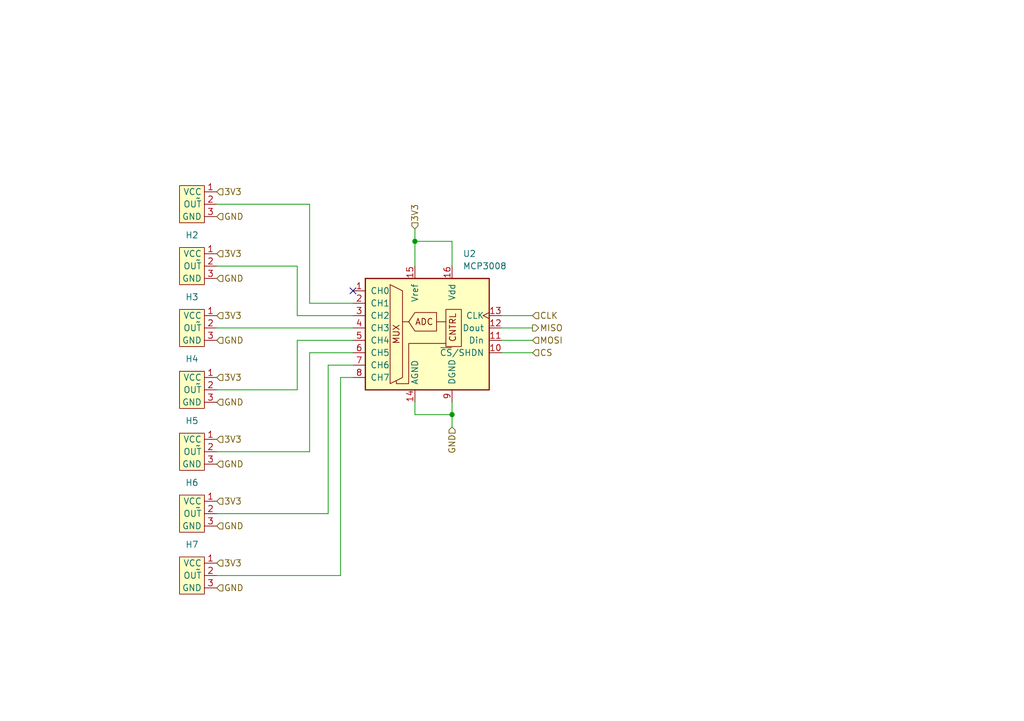
<source format=kicad_sch>
(kicad_sch (version 20230121) (generator eeschema)

  (uuid a0a494dd-3d79-4730-8358-4b63f4e697bb)

  (paper "A5")

  (lib_symbols
    (symbol "Analog_ADC:MCP3008" (pin_names (offset 1.016)) (in_bom yes) (on_board yes)
      (property "Reference" "U" (at -5.08 13.335 0)
        (effects (font (size 1.27 1.27)) (justify right))
      )
      (property "Value" "MCP3008" (at -5.08 11.43 0)
        (effects (font (size 1.27 1.27)) (justify right))
      )
      (property "Footprint" "" (at 2.54 2.54 0)
        (effects (font (size 1.27 1.27)) hide)
      )
      (property "Datasheet" "http://ww1.microchip.com/downloads/en/DeviceDoc/21295d.pdf" (at 2.54 2.54 0)
        (effects (font (size 1.27 1.27)) hide)
      )
      (property "ki_keywords" "12bit ADC Reference Single Supply SPI 8CH" (at 0 0 0)
        (effects (font (size 1.27 1.27)) hide)
      )
      (property "ki_description" "A/D Converter, 10-Bit, 8-Channel, SPI Interface , 2.7V-5.5V" (at 0 0 0)
        (effects (font (size 1.27 1.27)) hide)
      )
      (property "ki_fp_filters" "DIP*W7.62mm* SOIC*3.9x9.9mm*P1.27mm*" (at 0 0 0)
        (effects (font (size 1.27 1.27)) hide)
      )
      (symbol "MCP3008_0_0"
        (text "ADC" (at -0.635 1.27 0)
          (effects (font (size 1.27 1.27)))
        )
        (text "CNTRL" (at 5.969 -2.921 900)
          (effects (font (size 1.27 1.27)) (justify left bottom))
        )
        (text "MUX" (at -6.35 -1.27 900)
          (effects (font (size 1.27 1.27)))
        )
      )
      (symbol "MCP3008_0_1"
        (polyline
          (pts
            (xy -3.81 1.27)
            (xy -5.08 1.27)
          )
          (stroke (width 0) (type default))
          (fill (type none))
        )
        (polyline
          (pts
            (xy 1.905 1.27)
            (xy 3.81 1.27)
          )
          (stroke (width 0) (type default))
          (fill (type none))
        )
        (polyline
          (pts
            (xy -7.62 8.89)
            (xy -7.62 -11.43)
            (xy -5.08 -10.16)
            (xy -5.08 7.62)
            (xy -7.62 8.89)
          )
          (stroke (width 0) (type default))
          (fill (type none))
        )
        (polyline
          (pts
            (xy 3.81 -3.175)
            (xy -3.81 -3.175)
            (xy -3.81 -11.43)
            (xy -6.35 -11.43)
            (xy -6.35 -10.795)
          )
          (stroke (width 0) (type default))
          (fill (type none))
        )
        (polyline
          (pts
            (xy 1.905 3.175)
            (xy 1.905 -0.635)
            (xy -2.54 -0.635)
            (xy -3.81 1.27)
            (xy -2.54 3.175)
            (xy 1.905 3.175)
          )
          (stroke (width 0) (type default))
          (fill (type none))
        )
        (rectangle (start 3.81 -3.81) (end 6.985 3.81)
          (stroke (width 0) (type default))
          (fill (type none))
        )
        (rectangle (start 12.7 -12.7) (end -12.7 10.16)
          (stroke (width 0.254) (type default))
          (fill (type background))
        )
      )
      (symbol "MCP3008_1_1"
        (pin input line (at -15.24 7.62 0) (length 2.54)
          (name "CH0" (effects (font (size 1.27 1.27))))
          (number "1" (effects (font (size 1.27 1.27))))
        )
        (pin input line (at 15.24 -5.08 180) (length 2.54)
          (name "~{CS}/SHDN" (effects (font (size 1.27 1.27))))
          (number "10" (effects (font (size 1.27 1.27))))
        )
        (pin input line (at 15.24 -2.54 180) (length 2.54)
          (name "Din" (effects (font (size 1.27 1.27))))
          (number "11" (effects (font (size 1.27 1.27))))
        )
        (pin output line (at 15.24 0 180) (length 2.54)
          (name "Dout" (effects (font (size 1.27 1.27))))
          (number "12" (effects (font (size 1.27 1.27))))
        )
        (pin input clock (at 15.24 2.54 180) (length 2.54)
          (name "CLK" (effects (font (size 1.27 1.27))))
          (number "13" (effects (font (size 1.27 1.27))))
        )
        (pin power_in line (at -2.54 -15.24 90) (length 2.54)
          (name "AGND" (effects (font (size 1.27 1.27))))
          (number "14" (effects (font (size 1.27 1.27))))
        )
        (pin power_in line (at -2.54 12.7 270) (length 2.54)
          (name "Vref" (effects (font (size 1.27 1.27))))
          (number "15" (effects (font (size 1.27 1.27))))
        )
        (pin power_in line (at 5.08 12.7 270) (length 2.54)
          (name "Vdd" (effects (font (size 1.27 1.27))))
          (number "16" (effects (font (size 1.27 1.27))))
        )
        (pin input line (at -15.24 5.08 0) (length 2.54)
          (name "CH1" (effects (font (size 1.27 1.27))))
          (number "2" (effects (font (size 1.27 1.27))))
        )
        (pin input line (at -15.24 2.54 0) (length 2.54)
          (name "CH2" (effects (font (size 1.27 1.27))))
          (number "3" (effects (font (size 1.27 1.27))))
        )
        (pin input line (at -15.24 0 0) (length 2.54)
          (name "CH3" (effects (font (size 1.27 1.27))))
          (number "4" (effects (font (size 1.27 1.27))))
        )
        (pin input line (at -15.24 -2.54 0) (length 2.54)
          (name "CH4" (effects (font (size 1.27 1.27))))
          (number "5" (effects (font (size 1.27 1.27))))
        )
        (pin input line (at -15.24 -5.08 0) (length 2.54)
          (name "CH5" (effects (font (size 1.27 1.27))))
          (number "6" (effects (font (size 1.27 1.27))))
        )
        (pin input line (at -15.24 -7.62 0) (length 2.54)
          (name "CH6" (effects (font (size 1.27 1.27))))
          (number "7" (effects (font (size 1.27 1.27))))
        )
        (pin input line (at -15.24 -10.16 0) (length 2.54)
          (name "CH7" (effects (font (size 1.27 1.27))))
          (number "8" (effects (font (size 1.27 1.27))))
        )
        (pin power_in line (at 5.08 -15.24 90) (length 2.54)
          (name "DGND" (effects (font (size 1.27 1.27))))
          (number "9" (effects (font (size 1.27 1.27))))
        )
      )
    )
    (symbol "Library:SS39ET" (in_bom yes) (on_board yes)
      (property "Reference" "H" (at 0 5.08 0)
        (effects (font (size 1.27 1.27)))
      )
      (property "Value" "" (at 1.27 1.27 0)
        (effects (font (size 1.27 1.27)))
      )
      (property "Footprint" "Library:SS39ET" (at 1.27 -5.08 0)
        (effects (font (size 1.27 1.27)) hide)
      )
      (property "Datasheet" "" (at 1.27 1.27 0)
        (effects (font (size 1.27 1.27)) hide)
      )
      (property "ki_description" "Linear Hall-effect Sensor ICs" (at 0 0 0)
        (effects (font (size 1.27 1.27)) hide)
      )
      (symbol "SS39ET_1_1"
        (rectangle (start -2.54 3.81) (end 2.54 -3.81)
          (stroke (width 0) (type default))
          (fill (type background))
        )
        (pin power_in line (at 5.08 2.54 180) (length 2.54)
          (name "VCC" (effects (font (size 1.27 1.27))))
          (number "1" (effects (font (size 1.27 1.27))))
        )
        (pin output line (at 5.08 0 180) (length 2.54)
          (name "OUT" (effects (font (size 1.27 1.27))))
          (number "2" (effects (font (size 1.27 1.27))))
        )
        (pin power_in line (at 5.08 -2.54 180) (length 2.54)
          (name "GND" (effects (font (size 1.27 1.27))))
          (number "3" (effects (font (size 1.27 1.27))))
        )
      )
    )
  )

  (junction (at 92.71 85.09) (diameter 0) (color 0 0 0 0)
    (uuid 9f3b657c-54fc-4dd9-b78e-485156774b97)
  )
  (junction (at 85.09 49.53) (diameter 0) (color 0 0 0 0)
    (uuid ee4c408d-5408-4b1d-b876-3ee53cc49396)
  )

  (no_connect (at 72.39 59.69) (uuid fa184be1-3f32-4f62-af15-fed766e2ef77))

  (wire (pts (xy 60.96 80.01) (xy 60.96 69.85))
    (stroke (width 0) (type default))
    (uuid 0fb13ded-1762-4dd9-ba47-818f6b29d14c)
  )
  (wire (pts (xy 63.5 72.39) (xy 72.39 72.39))
    (stroke (width 0) (type default))
    (uuid 100e4272-d531-4524-b972-51908746e089)
  )
  (wire (pts (xy 102.87 64.77) (xy 109.22 64.77))
    (stroke (width 0) (type default))
    (uuid 23a0ed5e-01a1-4873-81dd-beeb94db013c)
  )
  (wire (pts (xy 44.45 41.91) (xy 63.5 41.91))
    (stroke (width 0) (type default))
    (uuid 31885358-6072-47aa-9805-a6531b7b2fec)
  )
  (wire (pts (xy 102.87 67.31) (xy 109.22 67.31))
    (stroke (width 0) (type default))
    (uuid 33e4fa86-2709-4261-925c-721447c81613)
  )
  (wire (pts (xy 63.5 92.71) (xy 63.5 72.39))
    (stroke (width 0) (type default))
    (uuid 4608e71f-f345-41a8-8261-7440a3fe8d17)
  )
  (wire (pts (xy 63.5 41.91) (xy 63.5 62.23))
    (stroke (width 0) (type default))
    (uuid 4ab65be8-fd54-42f9-b523-90a9f5404530)
  )
  (wire (pts (xy 92.71 49.53) (xy 85.09 49.53))
    (stroke (width 0) (type default))
    (uuid 4afae53a-0889-4e3b-ba8e-0704dc28e130)
  )
  (wire (pts (xy 44.45 67.31) (xy 72.39 67.31))
    (stroke (width 0) (type default))
    (uuid 4e89e9e7-e59c-4680-8170-c13cc3abcf9b)
  )
  (wire (pts (xy 92.71 85.09) (xy 92.71 87.63))
    (stroke (width 0) (type default))
    (uuid 518a8f2e-7e7f-4e4e-9851-a00776d9f079)
  )
  (wire (pts (xy 92.71 54.61) (xy 92.71 49.53))
    (stroke (width 0) (type default))
    (uuid 53ffc8e8-5752-4149-8132-9ecea728c082)
  )
  (wire (pts (xy 85.09 46.99) (xy 85.09 49.53))
    (stroke (width 0) (type default))
    (uuid 57557ae1-cae0-478e-80e7-3f4791f303fb)
  )
  (wire (pts (xy 44.45 105.41) (xy 67.31 105.41))
    (stroke (width 0) (type default))
    (uuid 71fc41ce-36a2-44d4-98f5-2c3dd18538b0)
  )
  (wire (pts (xy 60.96 64.77) (xy 60.96 54.61))
    (stroke (width 0) (type default))
    (uuid 7ac3821b-f470-4613-956b-4b80d1f546dc)
  )
  (wire (pts (xy 44.45 92.71) (xy 63.5 92.71))
    (stroke (width 0) (type default))
    (uuid 7b062c56-3903-4394-bce2-b845204f3fca)
  )
  (wire (pts (xy 69.85 77.47) (xy 72.39 77.47))
    (stroke (width 0) (type default))
    (uuid 83fc8389-d479-47ad-b37b-b7045fbdd030)
  )
  (wire (pts (xy 69.85 118.11) (xy 69.85 77.47))
    (stroke (width 0) (type default))
    (uuid 8b3031dd-80fa-474a-934e-bb19f081ee26)
  )
  (wire (pts (xy 67.31 105.41) (xy 67.31 74.93))
    (stroke (width 0) (type default))
    (uuid 8c5b0614-a1a6-4dc2-aa40-01ac3c7d689f)
  )
  (wire (pts (xy 63.5 62.23) (xy 72.39 62.23))
    (stroke (width 0) (type default))
    (uuid 8fe5de41-6fbd-4809-a370-243e7c39c0bb)
  )
  (wire (pts (xy 85.09 85.09) (xy 92.71 85.09))
    (stroke (width 0) (type default))
    (uuid 96a7dfe9-7131-4d83-a6ef-5fcf3e1dc373)
  )
  (wire (pts (xy 60.96 64.77) (xy 72.39 64.77))
    (stroke (width 0) (type default))
    (uuid ad5e77a5-a53a-4566-a343-4e910982d1d3)
  )
  (wire (pts (xy 102.87 69.85) (xy 109.22 69.85))
    (stroke (width 0) (type default))
    (uuid b59e50a9-6c7c-466b-81aa-de458455ab66)
  )
  (wire (pts (xy 67.31 74.93) (xy 72.39 74.93))
    (stroke (width 0) (type default))
    (uuid baea77c7-d790-4494-8e90-7c9fba82eadc)
  )
  (wire (pts (xy 85.09 82.55) (xy 85.09 85.09))
    (stroke (width 0) (type default))
    (uuid c563662c-fe53-438c-aaae-fb152bbb846a)
  )
  (wire (pts (xy 60.96 54.61) (xy 44.45 54.61))
    (stroke (width 0) (type default))
    (uuid c651e95e-1078-4367-a43a-be2568f52919)
  )
  (wire (pts (xy 60.96 69.85) (xy 72.39 69.85))
    (stroke (width 0) (type default))
    (uuid ccf11841-cd81-45f2-a308-b15e7339d5db)
  )
  (wire (pts (xy 44.45 118.11) (xy 69.85 118.11))
    (stroke (width 0) (type default))
    (uuid d3417cb2-7683-4265-834c-ac396d0093fb)
  )
  (wire (pts (xy 85.09 49.53) (xy 85.09 54.61))
    (stroke (width 0) (type default))
    (uuid d4e6c664-e54e-4f18-a81b-1bae34d9625b)
  )
  (wire (pts (xy 102.87 72.39) (xy 109.22 72.39))
    (stroke (width 0) (type default))
    (uuid d8682808-0877-4aae-b0e0-37b9803ddda6)
  )
  (wire (pts (xy 92.71 82.55) (xy 92.71 85.09))
    (stroke (width 0) (type default))
    (uuid e05dd26b-a5dc-46a4-8bd5-452c9602f7e6)
  )
  (wire (pts (xy 44.45 80.01) (xy 60.96 80.01))
    (stroke (width 0) (type default))
    (uuid f1cc0709-7350-4b9e-b709-dca210d41972)
  )

  (hierarchical_label "MISO" (shape output) (at 109.22 67.31 0) (fields_autoplaced)
    (effects (font (size 1.27 1.27)) (justify left))
    (uuid 05efd239-c8f4-4729-9ed7-62cd2f79803f)
  )
  (hierarchical_label "3V3" (shape input) (at 44.45 102.87 0) (fields_autoplaced)
    (effects (font (size 1.27 1.27)) (justify left))
    (uuid 0cd1a773-2751-476e-b9d9-0eb60819e47f)
  )
  (hierarchical_label "3V3" (shape input) (at 44.45 52.07 0) (fields_autoplaced)
    (effects (font (size 1.27 1.27)) (justify left))
    (uuid 197309df-f426-45a9-b6e8-db178ebb0277)
  )
  (hierarchical_label "GND" (shape input) (at 44.45 95.25 0) (fields_autoplaced)
    (effects (font (size 1.27 1.27)) (justify left))
    (uuid 2496e318-fd09-4068-a091-78332cf65490)
  )
  (hierarchical_label "GND" (shape input) (at 44.45 120.65 0) (fields_autoplaced)
    (effects (font (size 1.27 1.27)) (justify left))
    (uuid 2c57a6c9-9ce4-416c-9eec-f22e2105634d)
  )
  (hierarchical_label "3V3" (shape input) (at 44.45 39.37 0) (fields_autoplaced)
    (effects (font (size 1.27 1.27)) (justify left))
    (uuid 331cf846-c071-4cd1-96a9-992cf1cd07dd)
  )
  (hierarchical_label "GND" (shape input) (at 44.45 57.15 0) (fields_autoplaced)
    (effects (font (size 1.27 1.27)) (justify left))
    (uuid 37302ef6-5200-4450-ad17-643d55e6c144)
  )
  (hierarchical_label "GND" (shape input) (at 44.45 107.95 0) (fields_autoplaced)
    (effects (font (size 1.27 1.27)) (justify left))
    (uuid 45f920d5-153a-4c32-b28b-9cf86bb4dec3)
  )
  (hierarchical_label "GND" (shape input) (at 44.45 82.55 0) (fields_autoplaced)
    (effects (font (size 1.27 1.27)) (justify left))
    (uuid 492f7a12-7fc3-43ea-a557-f06050ef5cfb)
  )
  (hierarchical_label "GND" (shape input) (at 92.71 87.63 270) (fields_autoplaced)
    (effects (font (size 1.27 1.27)) (justify right))
    (uuid 5ca78749-4822-412a-a6c5-1ce561d011c5)
  )
  (hierarchical_label "MOSI" (shape input) (at 109.22 69.85 0) (fields_autoplaced)
    (effects (font (size 1.27 1.27)) (justify left))
    (uuid 891a7607-a5c5-4df1-afb1-fa0c97075bac)
  )
  (hierarchical_label "CLK" (shape input) (at 109.22 64.77 0) (fields_autoplaced)
    (effects (font (size 1.27 1.27)) (justify left))
    (uuid 8deba9d5-b97d-494a-9b36-d2dd571ffad2)
  )
  (hierarchical_label "3V3" (shape input) (at 44.45 77.47 0) (fields_autoplaced)
    (effects (font (size 1.27 1.27)) (justify left))
    (uuid a08fb703-71fe-484b-a7e3-3fd8f97f6b33)
  )
  (hierarchical_label "3V3" (shape input) (at 44.45 64.77 0) (fields_autoplaced)
    (effects (font (size 1.27 1.27)) (justify left))
    (uuid bfcc6e6c-b24d-4550-b403-2f7932a5d16a)
  )
  (hierarchical_label "GND" (shape input) (at 44.45 44.45 0) (fields_autoplaced)
    (effects (font (size 1.27 1.27)) (justify left))
    (uuid d7a73a51-c266-4e94-8597-569a51c1c35f)
  )
  (hierarchical_label "3V3" (shape input) (at 85.09 46.99 90) (fields_autoplaced)
    (effects (font (size 1.27 1.27)) (justify left))
    (uuid de6171de-6da6-4b24-bc4c-dd5a40b28e4b)
  )
  (hierarchical_label "CS" (shape input) (at 109.22 72.39 0) (fields_autoplaced)
    (effects (font (size 1.27 1.27)) (justify left))
    (uuid e90326f3-34cf-440f-aad7-1e9d451c86cd)
  )
  (hierarchical_label "GND" (shape input) (at 44.45 69.85 0) (fields_autoplaced)
    (effects (font (size 1.27 1.27)) (justify left))
    (uuid e96c4059-c410-49a0-951d-e7c520e1dc0e)
  )
  (hierarchical_label "3V3" (shape input) (at 44.45 115.57 0) (fields_autoplaced)
    (effects (font (size 1.27 1.27)) (justify left))
    (uuid fca166ff-89e2-4b96-ab27-077431d362a0)
  )
  (hierarchical_label "3V3" (shape input) (at 44.45 90.17 0) (fields_autoplaced)
    (effects (font (size 1.27 1.27)) (justify left))
    (uuid ff59f90e-fc36-4023-be12-bf1432a694fe)
  )

  (symbol (lib_id "Library:SS39ET") (at 39.37 80.01 0) (unit 1)
    (in_bom yes) (on_board yes) (dnp no)
    (uuid 0b7cc272-a245-4402-b1d4-cbc483ed0ffe)
    (property "Reference" "H4" (at 39.37 73.66 0)
      (effects (font (size 1.27 1.27)))
    )
    (property "Value" "~" (at 40.64 78.74 0)
      (effects (font (size 1.27 1.27)))
    )
    (property "Footprint" "Library:SS39ET" (at 40.64 78.74 0)
      (effects (font (size 1.27 1.27)) hide)
    )
    (property "Datasheet" "" (at 40.64 78.74 0)
      (effects (font (size 1.27 1.27)) hide)
    )
    (pin "2" (uuid 0adb8b7f-cbe8-4f48-acc2-e7f27344d36b))
    (pin "3" (uuid e4e7702e-7c56-423a-a54e-881efa12828f))
    (pin "1" (uuid d94721f5-16e9-44c1-a22b-dad811d193b0))
    (instances
      (project "bandoneon"
        (path "/3628cda3-bad1-4014-a851-91434ca52087/6c143dcb-6d9e-4b72-8b40-56f59ec6745c"
          (reference "H4") (unit 1)
        )
      )
    )
  )

  (symbol (lib_id "Library:SS39ET") (at 39.37 54.61 0) (unit 1)
    (in_bom yes) (on_board yes) (dnp no)
    (uuid 0c397c4f-48a9-4455-8373-3a754eab26c7)
    (property "Reference" "H2" (at 39.37 48.26 0)
      (effects (font (size 1.27 1.27)))
    )
    (property "Value" "~" (at 40.64 53.34 0)
      (effects (font (size 1.27 1.27)))
    )
    (property "Footprint" "Library:SS39ET" (at 40.64 53.34 0)
      (effects (font (size 1.27 1.27)) hide)
    )
    (property "Datasheet" "" (at 40.64 53.34 0)
      (effects (font (size 1.27 1.27)) hide)
    )
    (pin "2" (uuid 9d4efcfa-5515-4677-b7bd-870f7d880f42))
    (pin "3" (uuid 8154555b-2fdf-4a42-8157-7a8cd4f25c8e))
    (pin "1" (uuid 44869995-e69f-42b5-b295-7ea78aad619d))
    (instances
      (project "bandoneon"
        (path "/3628cda3-bad1-4014-a851-91434ca52087/6c143dcb-6d9e-4b72-8b40-56f59ec6745c"
          (reference "H2") (unit 1)
        )
      )
    )
  )

  (symbol (lib_id "Library:SS39ET") (at 39.37 118.11 0) (unit 1)
    (in_bom yes) (on_board yes) (dnp no)
    (uuid 373aa2db-5d61-4090-a9a7-375a788ce38e)
    (property "Reference" "H7" (at 39.37 111.76 0)
      (effects (font (size 1.27 1.27)))
    )
    (property "Value" "~" (at 40.64 116.84 0)
      (effects (font (size 1.27 1.27)))
    )
    (property "Footprint" "Library:SS39ET" (at 40.64 116.84 0)
      (effects (font (size 1.27 1.27)) hide)
    )
    (property "Datasheet" "" (at 40.64 116.84 0)
      (effects (font (size 1.27 1.27)) hide)
    )
    (pin "2" (uuid a668f946-23f9-4522-bcba-83226cfbbd70))
    (pin "3" (uuid 38a0bc9b-d883-4fc1-8c95-e605672b6e90))
    (pin "1" (uuid 639adb17-d805-4a5e-83aa-5971c1513997))
    (instances
      (project "bandoneon"
        (path "/3628cda3-bad1-4014-a851-91434ca52087/6c143dcb-6d9e-4b72-8b40-56f59ec6745c"
          (reference "H7") (unit 1)
        )
      )
    )
  )

  (symbol (lib_id "Library:SS39ET") (at 39.37 41.91 0) (unit 1)
    (in_bom yes) (on_board yes) (dnp no)
    (uuid a51c3b4e-075f-4bd4-9fd2-7b0626061dcd)
    (property "Reference" "H1" (at 39.37 35.56 0)
      (effects (font (size 1.27 1.27)) hide)
    )
    (property "Value" "~" (at 40.64 40.64 0)
      (effects (font (size 1.27 1.27)))
    )
    (property "Footprint" "Library:SS39ET" (at 40.64 40.64 0)
      (effects (font (size 1.27 1.27)) hide)
    )
    (property "Datasheet" "" (at 40.64 40.64 0)
      (effects (font (size 1.27 1.27)) hide)
    )
    (pin "2" (uuid 6fda973d-906b-46d7-ba83-85757a2cde87))
    (pin "3" (uuid 0f5f0848-2b4d-40b8-8104-504b43348344))
    (pin "1" (uuid 26d78fda-f527-4e0d-9c7e-24c58a422578))
    (instances
      (project "bandoneon"
        (path "/3628cda3-bad1-4014-a851-91434ca52087/6c143dcb-6d9e-4b72-8b40-56f59ec6745c"
          (reference "H1") (unit 1)
        )
      )
    )
  )

  (symbol (lib_id "Library:SS39ET") (at 39.37 67.31 0) (unit 1)
    (in_bom yes) (on_board yes) (dnp no)
    (uuid ae67d377-8edb-45a8-ba68-b14a32f13217)
    (property "Reference" "H3" (at 39.37 60.96 0)
      (effects (font (size 1.27 1.27)))
    )
    (property "Value" "~" (at 40.64 66.04 0)
      (effects (font (size 1.27 1.27)))
    )
    (property "Footprint" "Library:SS39ET" (at 40.64 66.04 0)
      (effects (font (size 1.27 1.27)) hide)
    )
    (property "Datasheet" "" (at 40.64 66.04 0)
      (effects (font (size 1.27 1.27)) hide)
    )
    (pin "2" (uuid 02fe21a8-c2d3-47e8-a8fb-836986d784c4))
    (pin "3" (uuid 16b6ba71-288a-4b83-9f28-2f2c26480312))
    (pin "1" (uuid 15813f49-6f12-4bf4-af95-ac8ed80df3e8))
    (instances
      (project "bandoneon"
        (path "/3628cda3-bad1-4014-a851-91434ca52087/6c143dcb-6d9e-4b72-8b40-56f59ec6745c"
          (reference "H3") (unit 1)
        )
      )
    )
  )

  (symbol (lib_id "Analog_ADC:MCP3008") (at 87.63 67.31 0) (unit 1)
    (in_bom yes) (on_board yes) (dnp no) (fields_autoplaced)
    (uuid ae6fc720-a9c8-403e-9f85-2e4c9dab67f1)
    (property "Reference" "U2" (at 94.9041 52.07 0)
      (effects (font (size 1.27 1.27)) (justify left))
    )
    (property "Value" "MCP3008" (at 94.9041 54.61 0)
      (effects (font (size 1.27 1.27)) (justify left))
    )
    (property "Footprint" "Library:MCP3008T-I_SL" (at 90.17 64.77 0)
      (effects (font (size 1.27 1.27)) hide)
    )
    (property "Datasheet" "http://ww1.microchip.com/downloads/en/DeviceDoc/21295d.pdf" (at 90.17 64.77 0)
      (effects (font (size 1.27 1.27)) hide)
    )
    (pin "6" (uuid 0f26afa6-9e32-4b79-8934-6b88066ed6e2))
    (pin "4" (uuid d02c070e-a28c-46f9-b2e9-dbbd3bb2d235))
    (pin "14" (uuid 66311538-b6ec-4e92-9d58-8d0818a866a1))
    (pin "8" (uuid 01a0dbae-08e3-4159-b920-5ace71a7443b))
    (pin "5" (uuid 90f72f00-3bda-410c-9d07-0c08d9856e27))
    (pin "13" (uuid 51ec7e9a-8854-4b24-9f62-c6dfadb4dc5b))
    (pin "15" (uuid 341ed97b-7917-4baf-aa19-33a78650430b))
    (pin "7" (uuid ad95997a-b649-4e40-bf9e-6ced4f46d4e5))
    (pin "12" (uuid b4651e17-9082-474a-832f-4d37aee90ffd))
    (pin "3" (uuid fed7a4fc-6ceb-4a0b-bf5b-10d9343140b0))
    (pin "11" (uuid 5f06af92-a700-4d8c-be76-545ce68a3f50))
    (pin "16" (uuid a4b8fb07-11aa-4416-bf72-9b5f3f38b900))
    (pin "9" (uuid a1fe5562-831d-4cbf-bb20-78915ac6064b))
    (pin "1" (uuid ad3160f5-d835-4d67-86f9-ced0ce9aaf85))
    (pin "10" (uuid bfd9aa81-3342-4d23-9ae8-63c28d9e5b96))
    (pin "2" (uuid 5e8e02da-3e5d-4348-9652-c2b6dce4c509))
    (instances
      (project "bandoneon"
        (path "/3628cda3-bad1-4014-a851-91434ca52087/6c143dcb-6d9e-4b72-8b40-56f59ec6745c"
          (reference "U2") (unit 1)
        )
      )
    )
  )

  (symbol (lib_id "Library:SS39ET") (at 39.37 92.71 0) (unit 1)
    (in_bom yes) (on_board yes) (dnp no)
    (uuid d98be621-8a17-4e8a-9f87-bf828182b255)
    (property "Reference" "H5" (at 39.37 86.36 0)
      (effects (font (size 1.27 1.27)))
    )
    (property "Value" "~" (at 40.64 91.44 0)
      (effects (font (size 1.27 1.27)))
    )
    (property "Footprint" "Library:SS39ET" (at 40.64 91.44 0)
      (effects (font (size 1.27 1.27)) hide)
    )
    (property "Datasheet" "" (at 40.64 91.44 0)
      (effects (font (size 1.27 1.27)) hide)
    )
    (pin "2" (uuid 933960d4-65f9-4583-b60a-4ec5ddf815f2))
    (pin "3" (uuid 8cc5e2a1-625a-4c60-83a4-0deff36c0b68))
    (pin "1" (uuid ea4efb3b-8669-4775-82f1-04eb8ccf16ff))
    (instances
      (project "bandoneon"
        (path "/3628cda3-bad1-4014-a851-91434ca52087/6c143dcb-6d9e-4b72-8b40-56f59ec6745c"
          (reference "H5") (unit 1)
        )
      )
    )
  )

  (symbol (lib_id "Library:SS39ET") (at 39.37 105.41 0) (unit 1)
    (in_bom yes) (on_board yes) (dnp no)
    (uuid dfc67ebe-8ce0-4953-a6d7-6090a60eb89d)
    (property "Reference" "H6" (at 39.37 99.06 0)
      (effects (font (size 1.27 1.27)))
    )
    (property "Value" "~" (at 40.64 104.14 0)
      (effects (font (size 1.27 1.27)))
    )
    (property "Footprint" "Library:SS39ET" (at 40.64 104.14 0)
      (effects (font (size 1.27 1.27)) hide)
    )
    (property "Datasheet" "" (at 40.64 104.14 0)
      (effects (font (size 1.27 1.27)) hide)
    )
    (pin "2" (uuid 0a63d610-0703-46e1-bc41-e928e08b0e4b))
    (pin "3" (uuid 35abdcdf-e16e-4efa-b42a-c6f8df0977b0))
    (pin "1" (uuid 2ab730d3-ae51-4f5a-8550-00288bb85791))
    (instances
      (project "bandoneon"
        (path "/3628cda3-bad1-4014-a851-91434ca52087/6c143dcb-6d9e-4b72-8b40-56f59ec6745c"
          (reference "H6") (unit 1)
        )
      )
    )
  )
)

</source>
